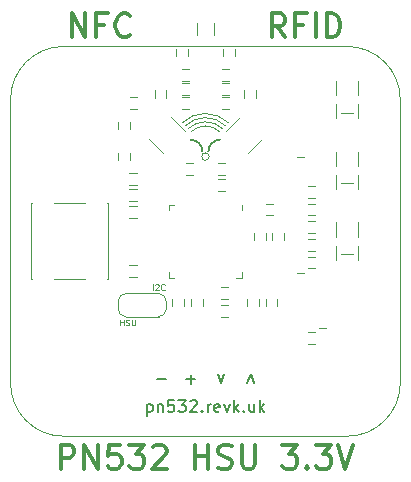
<source format=gbr>
%TF.GenerationSoftware,KiCad,Pcbnew,(6.0.2-0)*%
%TF.CreationDate,2022-02-18T14:13:15+00:00*%
%TF.ProjectId,PN532,504e3533-322e-46b6-9963-61645f706362,7*%
%TF.SameCoordinates,Original*%
%TF.FileFunction,Legend,Top*%
%TF.FilePolarity,Positive*%
%FSLAX46Y46*%
G04 Gerber Fmt 4.6, Leading zero omitted, Abs format (unit mm)*
G04 Created by KiCad (PCBNEW (6.0.2-0)) date 2022-02-18 14:13:15*
%MOMM*%
%LPD*%
G01*
G04 APERTURE LIST*
%ADD10C,0.120000*%
%ADD11C,0.200000*%
%ADD12C,0.100000*%
%ADD13C,0.150000*%
%ADD14C,0.300000*%
G04 APERTURE END LIST*
D10*
X101749999Y-90250001D02*
G75*
G03*
X98250001Y-90250001I-1749999J-1750000D01*
G01*
X100316228Y-92825000D02*
G75*
G03*
X100316228Y-92825000I-316228J0D01*
G01*
D11*
X101250000Y-91400000D02*
G75*
G03*
X100250000Y-92400000I3J-1000003D01*
G01*
D10*
X101249999Y-90750001D02*
G75*
G03*
X98750001Y-90750001I-1249999J-1249997D01*
G01*
X101999999Y-90000001D02*
G75*
G03*
X98000001Y-90000001I-1999999J-1999998D01*
G01*
D11*
X99750000Y-92400000D02*
G75*
G03*
X98750000Y-91400000I-1000003J-3D01*
G01*
D10*
X101499999Y-90500001D02*
G75*
G03*
X98500001Y-90500001I-1499999J-1499999D01*
G01*
D12*
X95539761Y-104126190D02*
X95539761Y-103626190D01*
X95754047Y-103673809D02*
X95777857Y-103650000D01*
X95825476Y-103626190D01*
X95944523Y-103626190D01*
X95992142Y-103650000D01*
X96015952Y-103673809D01*
X96039761Y-103721428D01*
X96039761Y-103769047D01*
X96015952Y-103840476D01*
X95730238Y-104126190D01*
X96039761Y-104126190D01*
X96539761Y-104078571D02*
X96515952Y-104102380D01*
X96444523Y-104126190D01*
X96396904Y-104126190D01*
X96325476Y-104102380D01*
X96277857Y-104054761D01*
X96254047Y-104007142D01*
X96230238Y-103911904D01*
X96230238Y-103840476D01*
X96254047Y-103745238D01*
X96277857Y-103697619D01*
X96325476Y-103650000D01*
X96396904Y-103626190D01*
X96444523Y-103626190D01*
X96515952Y-103650000D01*
X96539761Y-103673809D01*
X92784047Y-107126190D02*
X92784047Y-106626190D01*
X92784047Y-106864285D02*
X93069761Y-106864285D01*
X93069761Y-107126190D02*
X93069761Y-106626190D01*
X93284047Y-107102380D02*
X93355476Y-107126190D01*
X93474523Y-107126190D01*
X93522142Y-107102380D01*
X93545952Y-107078571D01*
X93569761Y-107030952D01*
X93569761Y-106983333D01*
X93545952Y-106935714D01*
X93522142Y-106911904D01*
X93474523Y-106888095D01*
X93379285Y-106864285D01*
X93331666Y-106840476D01*
X93307857Y-106816666D01*
X93284047Y-106769047D01*
X93284047Y-106721428D01*
X93307857Y-106673809D01*
X93331666Y-106650000D01*
X93379285Y-106626190D01*
X93498333Y-106626190D01*
X93569761Y-106650000D01*
X93784047Y-106626190D02*
X93784047Y-107030952D01*
X93807857Y-107078571D01*
X93831666Y-107102380D01*
X93879285Y-107126190D01*
X93974523Y-107126190D01*
X94022142Y-107102380D01*
X94045952Y-107078571D01*
X94069761Y-107030952D01*
X94069761Y-106626190D01*
D13*
X101035714Y-111235595D02*
X101321428Y-111997500D01*
X101607142Y-111235595D01*
X103535714Y-111997500D02*
X103821428Y-111235595D01*
X104107142Y-111997500D01*
X96630952Y-111678571D02*
X95869047Y-111678571D01*
X99130952Y-111678571D02*
X98369047Y-111678571D01*
X98750000Y-111297619D02*
X98750000Y-112059523D01*
D14*
X106757380Y-82704761D02*
X106090714Y-81752380D01*
X105614523Y-82704761D02*
X105614523Y-80704761D01*
X106376428Y-80704761D01*
X106566904Y-80800000D01*
X106662142Y-80895238D01*
X106757380Y-81085714D01*
X106757380Y-81371428D01*
X106662142Y-81561904D01*
X106566904Y-81657142D01*
X106376428Y-81752380D01*
X105614523Y-81752380D01*
X108281190Y-81657142D02*
X107614523Y-81657142D01*
X107614523Y-82704761D02*
X107614523Y-80704761D01*
X108566904Y-80704761D01*
X109328809Y-82704761D02*
X109328809Y-80704761D01*
X110281190Y-82704761D02*
X110281190Y-80704761D01*
X110757380Y-80704761D01*
X111043095Y-80800000D01*
X111233571Y-80990476D01*
X111328809Y-81180952D01*
X111424047Y-81561904D01*
X111424047Y-81847619D01*
X111328809Y-82228571D01*
X111233571Y-82419047D01*
X111043095Y-82609523D01*
X110757380Y-82704761D01*
X110281190Y-82704761D01*
X88671190Y-82704761D02*
X88671190Y-80704761D01*
X89814047Y-82704761D01*
X89814047Y-80704761D01*
X91433095Y-81657142D02*
X90766428Y-81657142D01*
X90766428Y-82704761D02*
X90766428Y-80704761D01*
X91718809Y-80704761D01*
X93623571Y-82514285D02*
X93528333Y-82609523D01*
X93242619Y-82704761D01*
X93052142Y-82704761D01*
X92766428Y-82609523D01*
X92575952Y-82419047D01*
X92480714Y-82228571D01*
X92385476Y-81847619D01*
X92385476Y-81561904D01*
X92480714Y-81180952D01*
X92575952Y-80990476D01*
X92766428Y-80800000D01*
X93052142Y-80704761D01*
X93242619Y-80704761D01*
X93528333Y-80800000D01*
X93623571Y-80895238D01*
X87761904Y-119254761D02*
X87761904Y-117254761D01*
X88523809Y-117254761D01*
X88714285Y-117350000D01*
X88809523Y-117445238D01*
X88904761Y-117635714D01*
X88904761Y-117921428D01*
X88809523Y-118111904D01*
X88714285Y-118207142D01*
X88523809Y-118302380D01*
X87761904Y-118302380D01*
X89761904Y-119254761D02*
X89761904Y-117254761D01*
X90904761Y-119254761D01*
X90904761Y-117254761D01*
X92809523Y-117254761D02*
X91857142Y-117254761D01*
X91761904Y-118207142D01*
X91857142Y-118111904D01*
X92047619Y-118016666D01*
X92523809Y-118016666D01*
X92714285Y-118111904D01*
X92809523Y-118207142D01*
X92904761Y-118397619D01*
X92904761Y-118873809D01*
X92809523Y-119064285D01*
X92714285Y-119159523D01*
X92523809Y-119254761D01*
X92047619Y-119254761D01*
X91857142Y-119159523D01*
X91761904Y-119064285D01*
X93571428Y-117254761D02*
X94809523Y-117254761D01*
X94142857Y-118016666D01*
X94428571Y-118016666D01*
X94619047Y-118111904D01*
X94714285Y-118207142D01*
X94809523Y-118397619D01*
X94809523Y-118873809D01*
X94714285Y-119064285D01*
X94619047Y-119159523D01*
X94428571Y-119254761D01*
X93857142Y-119254761D01*
X93666666Y-119159523D01*
X93571428Y-119064285D01*
X95571428Y-117445238D02*
X95666666Y-117350000D01*
X95857142Y-117254761D01*
X96333333Y-117254761D01*
X96523809Y-117350000D01*
X96619047Y-117445238D01*
X96714285Y-117635714D01*
X96714285Y-117826190D01*
X96619047Y-118111904D01*
X95476190Y-119254761D01*
X96714285Y-119254761D01*
X99095238Y-119254761D02*
X99095238Y-117254761D01*
X99095238Y-118207142D02*
X100238095Y-118207142D01*
X100238095Y-119254761D02*
X100238095Y-117254761D01*
X101095238Y-119159523D02*
X101380952Y-119254761D01*
X101857142Y-119254761D01*
X102047619Y-119159523D01*
X102142857Y-119064285D01*
X102238095Y-118873809D01*
X102238095Y-118683333D01*
X102142857Y-118492857D01*
X102047619Y-118397619D01*
X101857142Y-118302380D01*
X101476190Y-118207142D01*
X101285714Y-118111904D01*
X101190476Y-118016666D01*
X101095238Y-117826190D01*
X101095238Y-117635714D01*
X101190476Y-117445238D01*
X101285714Y-117350000D01*
X101476190Y-117254761D01*
X101952380Y-117254761D01*
X102238095Y-117350000D01*
X103095238Y-117254761D02*
X103095238Y-118873809D01*
X103190476Y-119064285D01*
X103285714Y-119159523D01*
X103476190Y-119254761D01*
X103857142Y-119254761D01*
X104047619Y-119159523D01*
X104142857Y-119064285D01*
X104238095Y-118873809D01*
X104238095Y-117254761D01*
X106523809Y-117254761D02*
X107761904Y-117254761D01*
X107095238Y-118016666D01*
X107380952Y-118016666D01*
X107571428Y-118111904D01*
X107666666Y-118207142D01*
X107761904Y-118397619D01*
X107761904Y-118873809D01*
X107666666Y-119064285D01*
X107571428Y-119159523D01*
X107380952Y-119254761D01*
X106809523Y-119254761D01*
X106619047Y-119159523D01*
X106523809Y-119064285D01*
X108619047Y-119064285D02*
X108714285Y-119159523D01*
X108619047Y-119254761D01*
X108523809Y-119159523D01*
X108619047Y-119064285D01*
X108619047Y-119254761D01*
X109380952Y-117254761D02*
X110619047Y-117254761D01*
X109952380Y-118016666D01*
X110238095Y-118016666D01*
X110428571Y-118111904D01*
X110523809Y-118207142D01*
X110619047Y-118397619D01*
X110619047Y-118873809D01*
X110523809Y-119064285D01*
X110428571Y-119159523D01*
X110238095Y-119254761D01*
X109666666Y-119254761D01*
X109476190Y-119159523D01*
X109380952Y-119064285D01*
X111190476Y-117254761D02*
X111857142Y-119254761D01*
X112523809Y-117254761D01*
D13*
X95047619Y-113785714D02*
X95047619Y-114785714D01*
X95047619Y-113833333D02*
X95142857Y-113785714D01*
X95333333Y-113785714D01*
X95428571Y-113833333D01*
X95476190Y-113880952D01*
X95523809Y-113976190D01*
X95523809Y-114261904D01*
X95476190Y-114357142D01*
X95428571Y-114404761D01*
X95333333Y-114452380D01*
X95142857Y-114452380D01*
X95047619Y-114404761D01*
X95952380Y-113785714D02*
X95952380Y-114452380D01*
X95952380Y-113880952D02*
X96000000Y-113833333D01*
X96095238Y-113785714D01*
X96238095Y-113785714D01*
X96333333Y-113833333D01*
X96380952Y-113928571D01*
X96380952Y-114452380D01*
X97333333Y-113452380D02*
X96857142Y-113452380D01*
X96809523Y-113928571D01*
X96857142Y-113880952D01*
X96952380Y-113833333D01*
X97190476Y-113833333D01*
X97285714Y-113880952D01*
X97333333Y-113928571D01*
X97380952Y-114023809D01*
X97380952Y-114261904D01*
X97333333Y-114357142D01*
X97285714Y-114404761D01*
X97190476Y-114452380D01*
X96952380Y-114452380D01*
X96857142Y-114404761D01*
X96809523Y-114357142D01*
X97714285Y-113452380D02*
X98333333Y-113452380D01*
X98000000Y-113833333D01*
X98142857Y-113833333D01*
X98238095Y-113880952D01*
X98285714Y-113928571D01*
X98333333Y-114023809D01*
X98333333Y-114261904D01*
X98285714Y-114357142D01*
X98238095Y-114404761D01*
X98142857Y-114452380D01*
X97857142Y-114452380D01*
X97761904Y-114404761D01*
X97714285Y-114357142D01*
X98714285Y-113547619D02*
X98761904Y-113500000D01*
X98857142Y-113452380D01*
X99095238Y-113452380D01*
X99190476Y-113500000D01*
X99238095Y-113547619D01*
X99285714Y-113642857D01*
X99285714Y-113738095D01*
X99238095Y-113880952D01*
X98666666Y-114452380D01*
X99285714Y-114452380D01*
X99714285Y-114357142D02*
X99761904Y-114404761D01*
X99714285Y-114452380D01*
X99666666Y-114404761D01*
X99714285Y-114357142D01*
X99714285Y-114452380D01*
X100190476Y-114452380D02*
X100190476Y-113785714D01*
X100190476Y-113976190D02*
X100238095Y-113880952D01*
X100285714Y-113833333D01*
X100380952Y-113785714D01*
X100476190Y-113785714D01*
X101190476Y-114404761D02*
X101095238Y-114452380D01*
X100904761Y-114452380D01*
X100809523Y-114404761D01*
X100761904Y-114309523D01*
X100761904Y-113928571D01*
X100809523Y-113833333D01*
X100904761Y-113785714D01*
X101095238Y-113785714D01*
X101190476Y-113833333D01*
X101238095Y-113928571D01*
X101238095Y-114023809D01*
X100761904Y-114119047D01*
X101571428Y-113785714D02*
X101809523Y-114452380D01*
X102047619Y-113785714D01*
X102428571Y-114452380D02*
X102428571Y-113452380D01*
X102523809Y-114071428D02*
X102809523Y-114452380D01*
X102809523Y-113785714D02*
X102428571Y-114166666D01*
X103238095Y-114357142D02*
X103285714Y-114404761D01*
X103238095Y-114452380D01*
X103190476Y-114404761D01*
X103238095Y-114357142D01*
X103238095Y-114452380D01*
X104142857Y-113785714D02*
X104142857Y-114452380D01*
X103714285Y-113785714D02*
X103714285Y-114309523D01*
X103761904Y-114404761D01*
X103857142Y-114452380D01*
X104000000Y-114452380D01*
X104095238Y-114404761D01*
X104142857Y-114357142D01*
X104619047Y-114452380D02*
X104619047Y-113452380D01*
X104714285Y-114071428D02*
X105000000Y-114452380D01*
X105000000Y-113785714D02*
X104619047Y-114166666D01*
D10*
%TO.C,D2*%
X111500000Y-95100000D02*
X112500000Y-95100000D01*
X111100000Y-95600000D02*
X111100000Y-94400000D01*
X112900000Y-95600000D02*
X112900000Y-94400000D01*
X111100000Y-92400000D02*
X111100000Y-93600000D01*
X112900000Y-92400000D02*
X112900000Y-93600000D01*
%TO.C,D3*%
X111500000Y-89100000D02*
X112500000Y-89100000D01*
X111100000Y-89600000D02*
X111100000Y-88400000D01*
X112900000Y-89600000D02*
X112900000Y-88400000D01*
X111100000Y-86400000D02*
X111100000Y-87600000D01*
X112900000Y-86400000D02*
X112900000Y-87600000D01*
%TO.C,SW1*%
X85270000Y-103230000D02*
X85300000Y-103230000D01*
X91730000Y-103230000D02*
X91700000Y-103230000D01*
X85270000Y-96770000D02*
X85300000Y-96770000D01*
X91700000Y-96770000D02*
X91730000Y-96770000D01*
X91730000Y-96770000D02*
X91730000Y-103230000D01*
X89800000Y-96770000D02*
X87200000Y-96770000D01*
X85270000Y-96770000D02*
X85270000Y-103230000D01*
X89800000Y-103230000D02*
X87200000Y-103230000D01*
%TO.C,D1*%
X111500000Y-101100000D02*
X112500000Y-101100000D01*
X111100000Y-101600000D02*
X111100000Y-100400000D01*
X112900000Y-101600000D02*
X112900000Y-100400000D01*
X111100000Y-98400000D02*
X111100000Y-99600000D01*
X112900000Y-98400000D02*
X112900000Y-99600000D01*
%TO.C,C7*%
X101075000Y-95700000D02*
X101675000Y-95700000D01*
X101075000Y-94700000D02*
X101675000Y-94700000D01*
%TO.C,C3*%
X104300000Y-87825000D02*
X104300000Y-87225000D01*
X103300000Y-87825000D02*
X103300000Y-87225000D01*
%TO.C,C5*%
X101400000Y-88775000D02*
X102000000Y-88775000D01*
X101400000Y-87775000D02*
X102000000Y-87775000D01*
%TO.C,R6*%
X108700000Y-95300000D02*
X109300000Y-95300000D01*
X108700000Y-96300000D02*
X109300000Y-96300000D01*
%TO.C,R4*%
X93600000Y-87775000D02*
X94200000Y-87775000D01*
X93600000Y-88775000D02*
X94200000Y-88775000D01*
%TO.C,C13*%
X105650000Y-99300000D02*
X105650000Y-99900000D01*
X106650000Y-99300000D02*
X106650000Y-99900000D01*
%TO.C,C14*%
X105100000Y-97800000D02*
X105700000Y-97800000D01*
X105100000Y-96800000D02*
X105700000Y-96800000D01*
%TO.C,C9*%
X93575000Y-95250000D02*
X94175000Y-95250000D01*
X93575000Y-94250000D02*
X94175000Y-94250000D01*
%TO.C,C16*%
X93575000Y-98000000D02*
X94175000Y-98000000D01*
X93575000Y-97000000D02*
X94175000Y-97000000D01*
%TO.C,R9*%
X108700000Y-99800000D02*
X109300000Y-99800000D01*
X108700000Y-100800000D02*
X109300000Y-100800000D01*
%TO.C,R8*%
X108700000Y-101300000D02*
X109300000Y-101300000D01*
X108700000Y-102300000D02*
X109300000Y-102300000D01*
%TO.C,R11*%
X98800000Y-105450000D02*
X98800000Y-104850000D01*
X99800000Y-105450000D02*
X99800000Y-104850000D01*
%TO.C,U1*%
X96890000Y-102635000D02*
X96890000Y-103110000D01*
X103110000Y-97365000D02*
X103110000Y-96890000D01*
X96890000Y-97365000D02*
X96890000Y-96890000D01*
X103110000Y-103110000D02*
X102635000Y-103110000D01*
X103110000Y-102635000D02*
X103110000Y-103110000D01*
X96890000Y-96890000D02*
X97365000Y-96890000D01*
X96890000Y-103110000D02*
X97365000Y-103110000D01*
%TO.C,C17*%
X94175000Y-102000000D02*
X93575000Y-102000000D01*
X94175000Y-103000000D02*
X93575000Y-103000000D01*
%TO.C,C12*%
X98925000Y-93350000D02*
X98325000Y-93350000D01*
X98925000Y-94350000D02*
X98325000Y-94350000D01*
%TO.C,R5*%
X93600000Y-92550000D02*
X93600000Y-93150000D01*
X92600000Y-92550000D02*
X92600000Y-93150000D01*
%TO.C,R7*%
X108700000Y-96800000D02*
X109300000Y-96800000D01*
X108700000Y-97800000D02*
X109300000Y-97800000D01*
%TO.C,R10*%
X108700000Y-98300000D02*
X109300000Y-98300000D01*
X108700000Y-99300000D02*
X109300000Y-99300000D01*
%TO.C,C18*%
X98200000Y-105450000D02*
X98200000Y-104850000D01*
X97200000Y-105450000D02*
X97200000Y-104850000D01*
%TO.C,C11*%
X104150000Y-99300000D02*
X104150000Y-99900000D01*
X105150000Y-99300000D02*
X105150000Y-99900000D01*
%TO.C,C8*%
X93600000Y-90500000D02*
X93600000Y-89900000D01*
X92600000Y-90500000D02*
X92600000Y-89900000D01*
%TO.C,C10*%
X101075000Y-94350000D02*
X101675000Y-94350000D01*
X101075000Y-93350000D02*
X101675000Y-93350000D01*
%TO.C,C1*%
X102000000Y-85400000D02*
X101400000Y-85400000D01*
X102000000Y-86400000D02*
X101400000Y-86400000D01*
X102000000Y-86600000D02*
X101400000Y-86600000D01*
X102000000Y-87600000D02*
X101400000Y-87600000D01*
%TO.C,C6*%
X98600000Y-87775000D02*
X98000000Y-87775000D01*
X98600000Y-88775000D02*
X98000000Y-88775000D01*
%TO.C,R15*%
X105100000Y-105450000D02*
X105100000Y-104850000D01*
X106100000Y-105450000D02*
X106100000Y-104850000D01*
%TO.C,JP1*%
X96700000Y-105100000D02*
X96700000Y-105700000D01*
X93250000Y-104400000D02*
X96050000Y-104400000D01*
X92600000Y-105700000D02*
X92600000Y-105100000D01*
X96050000Y-106400000D02*
X93250000Y-106400000D01*
X92600000Y-105700000D02*
G75*
G03*
X93300000Y-106400000I699999J-1D01*
G01*
X96700000Y-105100000D02*
G75*
G03*
X96000000Y-104400000I-699999J1D01*
G01*
X93300000Y-104400000D02*
G75*
G03*
X92600000Y-105100000I-1J-699999D01*
G01*
X96000000Y-106400000D02*
G75*
G03*
X96700000Y-105700000I1J699999D01*
G01*
%TO.C,R13*%
X101350000Y-105400000D02*
X101950000Y-105400000D01*
X101350000Y-106400000D02*
X101950000Y-106400000D01*
%TO.C,C15*%
X93575000Y-96600000D02*
X94175000Y-96600000D01*
X93575000Y-95600000D02*
X94175000Y-95600000D01*
%TO.C,R14*%
X101950000Y-104900000D02*
X101350000Y-104900000D01*
X101950000Y-103900000D02*
X101350000Y-103900000D01*
%TO.C,L1*%
X101740156Y-90671366D02*
X102921366Y-89490156D01*
X103578634Y-92509844D02*
X104759844Y-91328634D01*
%TO.C,L2*%
X97078634Y-89490156D02*
X98259844Y-90671366D01*
X95240156Y-91328634D02*
X96421366Y-92509844D01*
%TO.C,C4*%
X95700000Y-87225000D02*
X95700000Y-87825000D01*
X96700000Y-87225000D02*
X96700000Y-87825000D01*
%TO.C,R12*%
X104500000Y-104850000D02*
X104500000Y-105450000D01*
X103500000Y-104850000D02*
X103500000Y-105450000D01*
%TO.C,D5*%
X107750000Y-92875000D02*
X108350000Y-92875000D01*
%TO.C,C19*%
X108700000Y-108700000D02*
X109300000Y-108700000D01*
X108700000Y-107700000D02*
X109300000Y-107700000D01*
%TO.C,D4*%
X107750000Y-102675000D02*
X108350000Y-102675000D01*
%TO.C,D6*%
X110250000Y-107325000D02*
X109650000Y-107325000D01*
%TO.C,A1*%
X112000000Y-116500000D02*
X88000000Y-116500000D01*
X100750000Y-82500000D02*
X100750000Y-81500000D01*
X101500000Y-83700000D02*
X101500000Y-84300000D01*
X97500000Y-83700000D02*
X97500000Y-84300000D01*
X98500000Y-83700000D02*
X98500000Y-84300000D01*
X83500000Y-112000000D02*
X83500000Y-88000000D01*
X116500000Y-88000000D02*
X116500000Y-112000000D01*
X99250000Y-82500000D02*
X99250000Y-81500000D01*
X102500000Y-83700000D02*
X102500000Y-84300000D01*
X88000000Y-83500000D02*
X112000000Y-83500000D01*
X116500000Y-88000000D02*
G75*
G03*
X112000000Y-83500000I-4499998J2D01*
G01*
X83500000Y-112000000D02*
G75*
G03*
X88000000Y-116500000I4499998J-2D01*
G01*
X88000000Y-83500000D02*
G75*
G03*
X83500000Y-88000000I-2J-4499998D01*
G01*
X112000000Y-116500000D02*
G75*
G03*
X116500000Y-112000000I2J4499998D01*
G01*
%TO.C,C2*%
X98600000Y-85400000D02*
X98000000Y-85400000D01*
X98600000Y-86400000D02*
X98000000Y-86400000D01*
X98600000Y-86600000D02*
X98000000Y-86600000D01*
X98600000Y-87600000D02*
X98000000Y-87600000D01*
%TD*%
M02*

</source>
